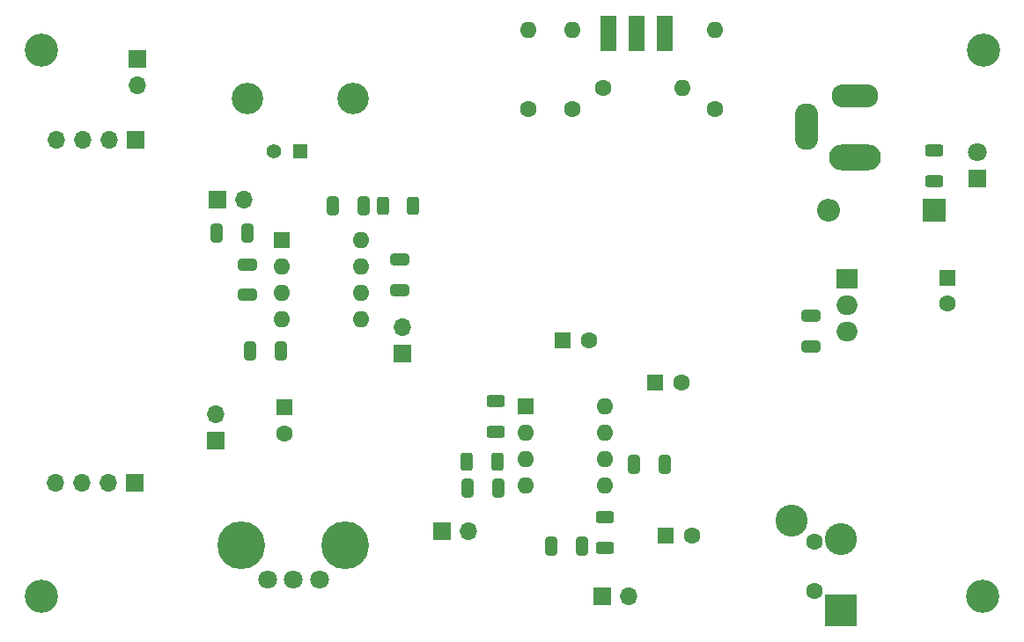
<source format=gbr>
%TF.GenerationSoftware,KiCad,Pcbnew,(6.0.7)*%
%TF.CreationDate,2023-03-19T17:20:47-04:00*%
%TF.ProjectId,DCV v2,44435620-7632-42e6-9b69-6361645f7063,rev?*%
%TF.SameCoordinates,Original*%
%TF.FileFunction,Soldermask,Top*%
%TF.FilePolarity,Negative*%
%FSLAX46Y46*%
G04 Gerber Fmt 4.6, Leading zero omitted, Abs format (unit mm)*
G04 Created by KiCad (PCBNEW (6.0.7)) date 2023-03-19 17:20:47*
%MOMM*%
%LPD*%
G01*
G04 APERTURE LIST*
G04 Aperture macros list*
%AMRoundRect*
0 Rectangle with rounded corners*
0 $1 Rounding radius*
0 $2 $3 $4 $5 $6 $7 $8 $9 X,Y pos of 4 corners*
0 Add a 4 corners polygon primitive as box body*
4,1,4,$2,$3,$4,$5,$6,$7,$8,$9,$2,$3,0*
0 Add four circle primitives for the rounded corners*
1,1,$1+$1,$2,$3*
1,1,$1+$1,$4,$5*
1,1,$1+$1,$6,$7*
1,1,$1+$1,$8,$9*
0 Add four rect primitives between the rounded corners*
20,1,$1+$1,$2,$3,$4,$5,0*
20,1,$1+$1,$4,$5,$6,$7,0*
20,1,$1+$1,$6,$7,$8,$9,0*
20,1,$1+$1,$8,$9,$2,$3,0*%
G04 Aperture macros list end*
%ADD10R,1.700000X1.700000*%
%ADD11O,1.700000X1.700000*%
%ADD12R,1.600000X1.600000*%
%ADD13C,1.600000*%
%ADD14RoundRect,0.250000X-0.325000X-0.650000X0.325000X-0.650000X0.325000X0.650000X-0.325000X0.650000X0*%
%ADD15O,5.000000X2.500000*%
%ADD16O,4.500000X2.250000*%
%ADD17O,2.250000X4.500000*%
%ADD18RoundRect,0.250000X-0.625000X0.312500X-0.625000X-0.312500X0.625000X-0.312500X0.625000X0.312500X0*%
%ADD19O,1.600000X1.600000*%
%ADD20RoundRect,0.250000X-0.650000X0.325000X-0.650000X-0.325000X0.650000X-0.325000X0.650000X0.325000X0*%
%ADD21C,3.200000*%
%ADD22R,2.000000X1.905000*%
%ADD23O,2.000000X1.905000*%
%ADD24RoundRect,0.250000X0.625000X-0.312500X0.625000X0.312500X-0.625000X0.312500X-0.625000X-0.312500X0*%
%ADD25RoundRect,0.250000X0.325000X0.650000X-0.325000X0.650000X-0.325000X-0.650000X0.325000X-0.650000X0*%
%ADD26C,4.600000*%
%ADD27C,1.800000*%
%ADD28R,1.398000X1.398000*%
%ADD29C,1.398000*%
%ADD30C,3.015000*%
%ADD31R,3.092000X3.092000*%
%ADD32C,3.092000*%
%ADD33RoundRect,0.250000X0.650000X-0.325000X0.650000X0.325000X-0.650000X0.325000X-0.650000X-0.325000X0*%
%ADD34RoundRect,0.250000X-0.312500X-0.625000X0.312500X-0.625000X0.312500X0.625000X-0.312500X0.625000X0*%
%ADD35R,1.500000X3.500000*%
%ADD36R,1.800000X1.800000*%
%ADD37R,2.200000X2.200000*%
%ADD38O,2.200000X2.200000*%
%ADD39RoundRect,0.250000X0.312500X0.625000X-0.312500X0.625000X-0.312500X-0.625000X0.312500X-0.625000X0*%
G04 APERTURE END LIST*
D10*
%TO.C,J10*%
X63817500Y-72961500D03*
D11*
X66357500Y-72961500D03*
%TD*%
D12*
%TO.C,C7*%
X112435000Y-48601849D03*
D13*
X112435000Y-51101849D03*
%TD*%
D12*
%TO.C,C11*%
X84318000Y-58664000D03*
D13*
X86818000Y-58664000D03*
%TD*%
D14*
%TO.C,C8*%
X42162200Y-44297600D03*
X45112200Y-44297600D03*
%TD*%
D15*
%TO.C,J4*%
X103545000Y-37054500D03*
D16*
X103545000Y-31054500D03*
D17*
X98845000Y-34054500D03*
%TD*%
D18*
%TO.C,R7*%
X68960651Y-60503500D03*
X68960651Y-63428500D03*
%TD*%
D13*
%TO.C,R4*%
X79311500Y-30289500D03*
D19*
X86931500Y-30289500D03*
%TD*%
D13*
%TO.C,R9*%
X72136000Y-32321500D03*
D19*
X72136000Y-24701500D03*
%TD*%
D20*
%TO.C,C2*%
X45120400Y-47303000D03*
X45120400Y-50253000D03*
%TD*%
D21*
%TO.C,H4*%
X115887500Y-26670000D03*
%TD*%
%TO.C,H3*%
X115824000Y-79248000D03*
%TD*%
D12*
%TO.C,U4*%
X71882000Y-60960000D03*
D19*
X71882000Y-63500000D03*
X71882000Y-66040000D03*
X71882000Y-68580000D03*
X79502000Y-68580000D03*
X79502000Y-66040000D03*
X79502000Y-63500000D03*
X79502000Y-60960000D03*
%TD*%
D21*
%TO.C,H2*%
X25273000Y-79248000D03*
%TD*%
D22*
%TO.C,U3*%
X102783000Y-48738500D03*
D23*
X102783000Y-51278500D03*
X102783000Y-53818500D03*
%TD*%
D10*
%TO.C,J6*%
X60007500Y-55880000D03*
D11*
X60007500Y-53340000D03*
%TD*%
D24*
%TO.C,R8*%
X79492000Y-74604500D03*
X79492000Y-71679500D03*
%TD*%
D12*
%TO.C,C15*%
X85334000Y-73396000D03*
D13*
X87834000Y-73396000D03*
%TD*%
D10*
%TO.C,J7*%
X42100500Y-64267000D03*
D11*
X42100500Y-61727000D03*
%TD*%
D20*
%TO.C,C6*%
X59753500Y-46848500D03*
X59753500Y-49798500D03*
%TD*%
D25*
%TO.C,C4*%
X69214651Y-68824000D03*
X66264651Y-68824000D03*
%TD*%
D21*
%TO.C,H1*%
X25273000Y-26670000D03*
%TD*%
D25*
%TO.C,C5*%
X56259900Y-41666000D03*
X53309900Y-41666000D03*
%TD*%
D26*
%TO.C,RV1*%
X44555000Y-74347500D03*
X54555000Y-74347500D03*
D27*
X47055000Y-77647500D03*
X49555000Y-77647500D03*
X52055000Y-77647500D03*
%TD*%
D28*
%TO.C,J1*%
X50215800Y-36450500D03*
D29*
X47675800Y-36450500D03*
D30*
X45135800Y-31370500D03*
X55295800Y-31370500D03*
%TD*%
D13*
%TO.C,J5*%
X99672000Y-74047000D03*
X99672000Y-78747000D03*
D31*
X102172000Y-80647000D03*
D32*
X102172000Y-73747000D03*
X97472000Y-71947000D03*
%TD*%
D13*
%TO.C,R3*%
X76327000Y-32321500D03*
D19*
X76327000Y-24701500D03*
%TD*%
D33*
%TO.C,C10*%
X99298000Y-55244500D03*
X99298000Y-52294500D03*
%TD*%
D34*
%TO.C,R1*%
X66228151Y-66284000D03*
X69153151Y-66284000D03*
%TD*%
D12*
%TO.C,C3*%
X48666400Y-61077349D03*
D13*
X48666400Y-63577349D03*
%TD*%
D12*
%TO.C,U2*%
X48422400Y-44968000D03*
D19*
X48422400Y-47508000D03*
X48422400Y-50048000D03*
X48422400Y-52588000D03*
X56042400Y-52588000D03*
X56042400Y-50048000D03*
X56042400Y-47508000D03*
X56042400Y-44968000D03*
%TD*%
D35*
%TO.C,J3*%
X82550000Y-25046500D03*
X85250000Y-25046500D03*
X79850000Y-25046500D03*
%TD*%
D25*
%TO.C,C14*%
X77293651Y-74412000D03*
X74343651Y-74412000D03*
%TD*%
D36*
%TO.C,D1*%
X115265200Y-39065200D03*
D27*
X115265200Y-36525200D03*
%TD*%
D37*
%TO.C,D2*%
X111165000Y-42134500D03*
D38*
X101005000Y-42134500D03*
%TD*%
D14*
%TO.C,C13*%
X82296000Y-66548000D03*
X85246000Y-66548000D03*
%TD*%
D10*
%TO.C,J9*%
X79243000Y-79248000D03*
D11*
X81783000Y-79248000D03*
%TD*%
D25*
%TO.C,C1*%
X48363400Y-55626000D03*
X45413400Y-55626000D03*
%TD*%
D12*
%TO.C,C12*%
X75428000Y-54600000D03*
D13*
X77928000Y-54600000D03*
%TD*%
%TO.C,R5*%
X90106500Y-32321500D03*
D19*
X90106500Y-24701500D03*
%TD*%
D24*
%TO.C,R6*%
X111165000Y-39279000D03*
X111165000Y-36354000D03*
%TD*%
D10*
%TO.C,U1*%
X34361400Y-35306000D03*
D11*
X31821400Y-35306000D03*
X29281400Y-35306000D03*
X26741400Y-35306000D03*
X26695400Y-68326000D03*
X29235400Y-68326000D03*
X31775400Y-68326000D03*
D10*
X34315400Y-68326000D03*
%TD*%
%TO.C,J8*%
X34544000Y-27490500D03*
D11*
X34544000Y-30030500D03*
%TD*%
D10*
%TO.C,J2*%
X42222500Y-41084500D03*
D11*
X44762500Y-41084500D03*
%TD*%
D39*
%TO.C,R2*%
X61060900Y-41666000D03*
X58135900Y-41666000D03*
%TD*%
M02*

</source>
